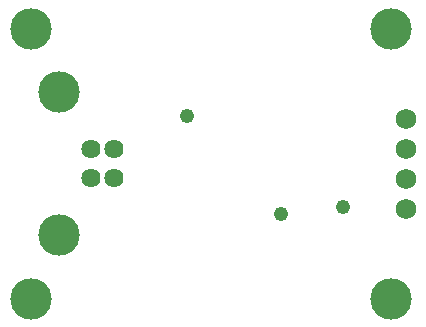
<source format=gbs>
G75*
G70*
%OFA0B0*%
%FSLAX24Y24*%
%IPPOS*%
%LPD*%
%AMOC8*
5,1,8,0,0,1.08239X$1,22.5*
%
%ADD10C,0.0640*%
%ADD11C,0.1380*%
%ADD12C,0.0680*%
%ADD13C,0.0480*%
D10*
X005052Y005609D03*
X005832Y005609D03*
X005832Y006593D03*
X005052Y006593D03*
D11*
X003052Y001601D03*
X003982Y003731D03*
X003982Y008471D03*
X003052Y010601D03*
X015052Y010601D03*
X015052Y001601D03*
D12*
X015552Y004601D03*
X015552Y005601D03*
X015552Y006601D03*
X015552Y007601D03*
D13*
X013472Y004661D03*
X011392Y004421D03*
X008272Y007701D03*
M02*

</source>
